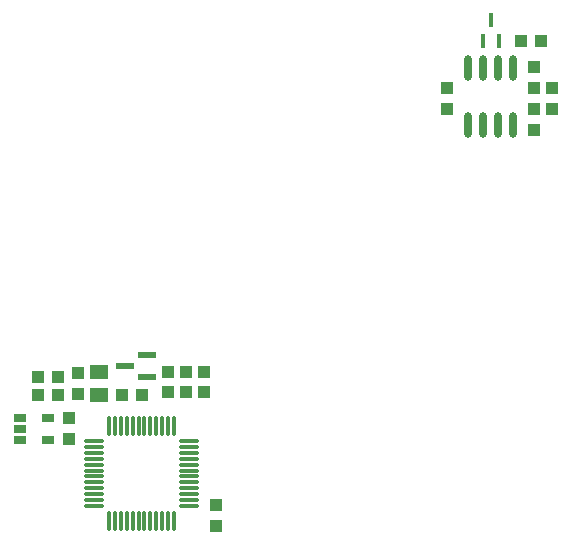
<source format=gbp>
%FSDAX24Y24*%
%MOIN*%
%SFA1B1*%

%IPPOS*%
%ADD18R,0.043307X0.039370*%
%ADD28R,0.039370X0.043307*%
%ADD60O,0.023622X0.086614*%
%ADD61R,0.015748X0.051181*%
%ADD62O,0.011811X0.070866*%
%ADD63O,0.070866X0.011811*%
%ADD64R,0.059055X0.023622*%
%ADD65R,0.059055X0.051181*%
%ADD66R,0.043307X0.025591*%
%LNpcb_baseboard-1*%
%LPD*%
G54D18*
X025134Y029400D03*
X024465D03*
X011834Y017600D03*
X011165D03*
X008365D03*
X009034D03*
X008365Y018200D03*
X009034D03*
G54D28*
X025500Y027165D03*
Y027834D03*
X024900Y028534D03*
Y027865D03*
Y027134D03*
Y026465D03*
X022000Y027834D03*
Y027165D03*
X013900Y017700D03*
Y018369D03*
X009700Y017665D03*
Y018334D03*
X009400Y016165D03*
Y016834D03*
X014300Y013934D03*
Y013265D03*
X012700Y018369D03*
Y017700D03*
X013300Y018369D03*
Y017700D03*
G54D60*
X022700Y028500D03*
X023200D03*
X023700D03*
X024200D03*
X022700Y026610D03*
X023200D03*
X023700D03*
X024200D03*
G54D61*
X023455Y030108D03*
X023200Y029400D03*
X023711D03*
G54D62*
X010717Y016594D03*
X010914D03*
X011111D03*
X011307D03*
X011504D03*
X011701D03*
X011898D03*
X012095D03*
X012292D03*
X012488D03*
X012685D03*
X012882D03*
Y013405D03*
X012685D03*
X012488D03*
X012292D03*
X012095D03*
X011898D03*
X011701D03*
X011504D03*
X011307D03*
X011111D03*
X010914D03*
X010717D03*
G54D63*
X013394Y016082D03*
Y015885D03*
Y015688D03*
Y015492D03*
Y015295D03*
Y015098D03*
Y014901D03*
Y014704D03*
Y014507D03*
Y014311D03*
Y014114D03*
Y013917D03*
X010205D03*
Y014114D03*
Y014311D03*
Y014507D03*
Y014704D03*
Y014901D03*
Y015098D03*
Y015295D03*
Y015492D03*
Y015688D03*
Y015885D03*
Y016082D03*
G54D64*
X011251Y018574D03*
X012000Y018200D03*
Y018948D03*
G54D65*
X010400Y017625D03*
Y018374D03*
G54D66*
X008700Y016100D03*
Y016848D03*
X007755D03*
Y016474D03*
Y016100D03*
M02*
</source>
